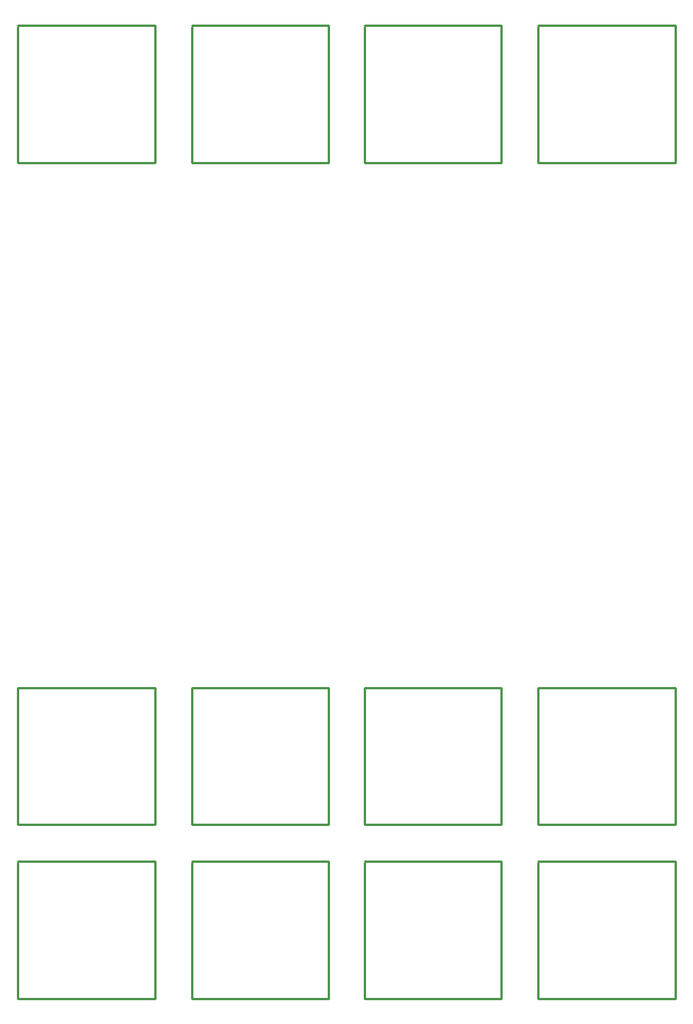
<source format=gto>
G04 Layer: TopSilkscreenLayer*
G04 EasyEDA v6.5.29, 2023-07-16 15:11:24*
G04 de9d243bdfbd4483b0fbc0b5f9d5b24a,5a6b42c53f6a479593ecc07194224c93,10*
G04 Gerber Generator version 0.2*
G04 Scale: 100 percent, Rotated: No, Reflected: No *
G04 Dimensions in millimeters *
G04 leading zeros omitted , absolute positions ,4 integer and 5 decimal *
%FSLAX45Y45*%
%MOMM*%

%ADD10C,0.2540*%

%LPD*%
D10*
X8189503Y889000D02*
G01*
X8191500Y2400300D01*
X6680200Y889000D02*
G01*
X8191500Y889000D01*
X6678203Y2400300D02*
G01*
X8191500Y2400300D01*
X6678203Y889000D02*
G01*
X6678203Y2388301D01*
X6271803Y889000D02*
G01*
X6273800Y2400300D01*
X4762500Y889000D02*
G01*
X6273800Y889000D01*
X4760503Y2400300D02*
G01*
X6273800Y2400300D01*
X4760503Y889000D02*
G01*
X4760503Y2388301D01*
X4366803Y889000D02*
G01*
X4368800Y2400300D01*
X2857500Y889000D02*
G01*
X4368800Y889000D01*
X2855503Y2400300D02*
G01*
X4368800Y2400300D01*
X2855503Y889000D02*
G01*
X2855503Y2388301D01*
X937803Y2400300D02*
G01*
X2451100Y2400300D01*
X2449103Y889000D02*
G01*
X2451100Y2400300D01*
X939800Y889000D02*
G01*
X2451100Y889000D01*
X937803Y889000D02*
G01*
X937803Y2388301D01*
X8189503Y10109200D02*
G01*
X8191500Y11620500D01*
X6680200Y10109200D02*
G01*
X8191500Y10109200D01*
X6678203Y11620500D02*
G01*
X8191500Y11620500D01*
X6678203Y10109200D02*
G01*
X6678203Y11608501D01*
X6271803Y10109200D02*
G01*
X6273800Y11620500D01*
X4762500Y10109200D02*
G01*
X6273800Y10109200D01*
X4760503Y11620500D02*
G01*
X6273800Y11620500D01*
X4760503Y10109200D02*
G01*
X4760503Y11608501D01*
X4366803Y10109200D02*
G01*
X4368800Y11620500D01*
X2857500Y10109200D02*
G01*
X4368800Y10109200D01*
X2855503Y11620500D02*
G01*
X4368800Y11620500D01*
X2855503Y10109200D02*
G01*
X2855503Y11608501D01*
X2449103Y10109200D02*
G01*
X2451100Y11620500D01*
X939800Y10109200D02*
G01*
X2451100Y10109200D01*
X937803Y11620500D02*
G01*
X2451100Y11620500D01*
X937803Y10109200D02*
G01*
X937803Y11608501D01*
X8189503Y2806700D02*
G01*
X8191500Y4318000D01*
X6680200Y2806700D02*
G01*
X8191500Y2806700D01*
X6678203Y4318000D02*
G01*
X8191500Y4318000D01*
X6678203Y2806700D02*
G01*
X6678203Y4306001D01*
X6271803Y2806700D02*
G01*
X6273800Y4318000D01*
X4762500Y2806700D02*
G01*
X6273800Y2806700D01*
X4760503Y4318000D02*
G01*
X6273800Y4318000D01*
X4760503Y2806700D02*
G01*
X4760503Y4306001D01*
X4368800Y2806700D02*
G01*
X4370796Y4318000D01*
X2859496Y2806700D02*
G01*
X4370796Y2806700D01*
X2857500Y4318000D02*
G01*
X4370796Y4318000D01*
X2857500Y2806700D02*
G01*
X2857500Y4306001D01*
X2449103Y2806700D02*
G01*
X2451100Y4318000D01*
X939800Y2806700D02*
G01*
X2451100Y2806700D01*
X937803Y4318000D02*
G01*
X2451100Y4318000D01*
X937803Y2806700D02*
G01*
X937803Y4306001D01*
M02*

</source>
